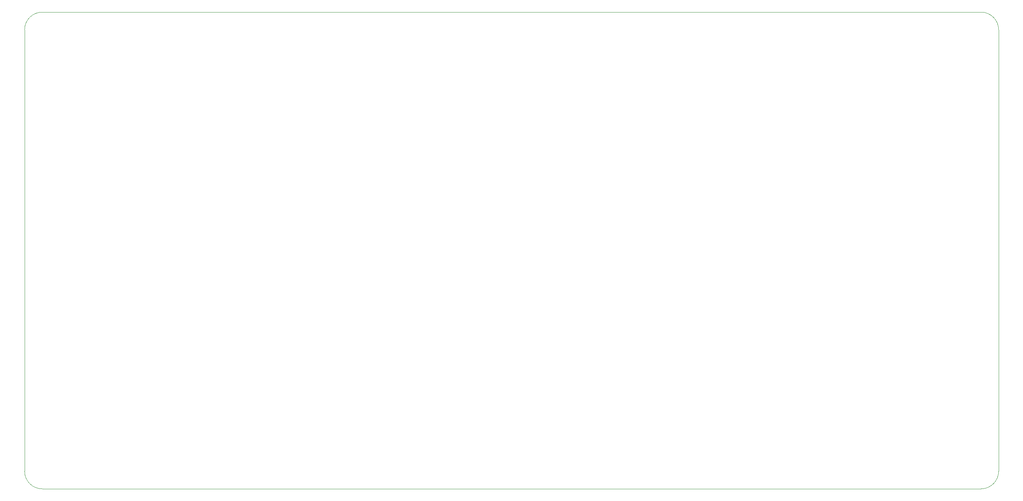
<source format=gbr>
%TF.GenerationSoftware,KiCad,Pcbnew,7.0.7*%
%TF.CreationDate,2024-03-26T21:52:30-05:00*%
%TF.ProjectId,PMS,504d532e-6b69-4636-9164-5f7063625858,rev?*%
%TF.SameCoordinates,Original*%
%TF.FileFunction,Profile,NP*%
%FSLAX46Y46*%
G04 Gerber Fmt 4.6, Leading zero omitted, Abs format (unit mm)*
G04 Created by KiCad (PCBNEW 7.0.7) date 2024-03-26 21:52:30*
%MOMM*%
%LPD*%
G01*
G04 APERTURE LIST*
%TA.AperFunction,Profile*%
%ADD10C,0.100000*%
%TD*%
G04 APERTURE END LIST*
D10*
X287782000Y-195326000D02*
X71882000Y-195326000D01*
X67818000Y-191262000D02*
X67818000Y-89662000D01*
X71882000Y-85598000D02*
G75*
G03*
X67818000Y-89662000I0J-4064000D01*
G01*
X291846000Y-89662000D02*
X291846000Y-191262000D01*
X287782000Y-195326000D02*
G75*
G03*
X291846000Y-191262000I0J4064000D01*
G01*
X291846000Y-89662000D02*
G75*
G03*
X287782000Y-85598000I-4064000J0D01*
G01*
X71882000Y-85598000D02*
X287782000Y-85598000D01*
X67818000Y-191262000D02*
G75*
G03*
X71882000Y-195326000I4064000J0D01*
G01*
M02*

</source>
